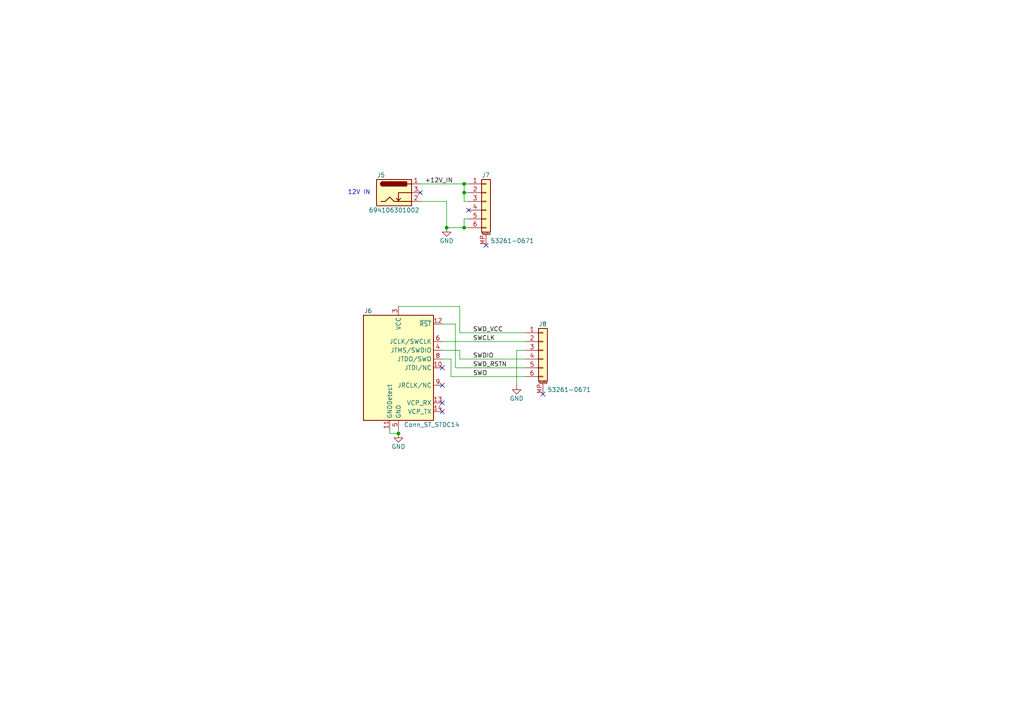
<source format=kicad_sch>
(kicad_sch (version 20250114) (generator "eeschema") (generator_version "9.0")
  (paper "A4")
  (lib_symbols
    (symbol "Connector:Barrel_Jack_Switch" (pin_names (hide yes))
      (property "Reference" "J" (at 0 5.334 0))
      (property "Value" "Barrel_Jack_Switch" (at 0 -5.08 0))
      (symbol "Barrel_Jack_Switch_0_1"
        (rectangle (start -5.08 3.81) (end 5.08 -3.81) (stroke (width 0.254)) (fill (type background)))
        (polyline (pts (xy -3.81 -2.54) (xy -2.54 -2.54) (xy -1.27 -1.27) (xy 0 -2.54) (xy 2.54 -2.54) (xy 5.08 -2.54)) (stroke (width 0.254)))
        (arc (start -3.302 1.905) (mid -3.9343 2.54) (end -3.302 3.175) (stroke (width 0.254)))
        (arc (start -3.302 1.905) (mid -3.9343 2.54) (end -3.302 3.175) (stroke (width 0.254)) (fill (type outline)))
        (polyline (pts (xy 1.27 -2.286) (xy 1.905 -1.651)) (stroke (width 0.254)))
        (rectangle (start 3.683 3.175) (end -3.302 1.905) (stroke (width 0.254)) (fill (type outline)))
        (polyline (pts (xy 5.08 2.54) (xy 3.81 2.54)) (stroke (width 0.254)))
        (polyline (pts (xy 5.08 0) (xy 1.27 0) (xy 1.27 -2.286) (xy 0.635 -1.651)) (stroke (width 0.254)))
      )
      (symbol "Barrel_Jack_Switch_1_1"
        (pin passive line (at 7.62 2.54 180) (length 2.54) (name "~") (number "1"))
        (pin passive line (at 7.62 0 180) (length 2.54) (name "~") (number "3"))
        (pin passive line (at 7.62 -2.54 180) (length 2.54) (name "~") (number "2"))
      )
    )
    (symbol "Connector:Conn_ST_STDC14"
      (property "Reference" "J" (at -8.89 16.51 0))
      (property "Value" "Conn_ST_STDC14" (at 17.78 16.51 0))
      (symbol "Conn_ST_STDC14_0_1"
        (rectangle (start -10.16 15.24) (end 10.16 -15.24) (stroke (width 0.254)) (fill (type background)))
      )
      (symbol "Conn_ST_STDC14_1_1"
        (pin no_connect line (at -10.16 5.08 0) (length 2.54) (hide yes) (name "NC") (number "1"))
        (pin no_connect line (at -10.16 2.54 0) (length 2.54) (hide yes) (name "NC") (number "2"))
        (pin passive line (at -2.54 -17.78 90) (length 2.54) (name "GNDDetect") (number "11"))
        (pin power_in line (at 0 17.78 270) (length 2.54) (name "VCC") (number "3"))
        (pin power_in line (at 0 -17.78 90) (length 2.54) (name "GND") (number "5"))
        (pin passive line (at 0 -17.78 90) (length 2.54) (hide yes) (name "GND") (number "7"))
        (pin open_collector line (at 12.7 12.7 180) (length 2.54) (name "~{RST}") (number "12"))
        (pin output line (at 12.7 7.62 180) (length 2.54) (name "JCLK/SWCLK") (number "6"))
        (pin bidirectional line (at 12.7 5.08 180) (length 2.54) (name "JTMS/SWDIO") (number "4"))
        (pin input line (at 12.7 2.54 180) (length 2.54) (name "JTDO/SWO") (number "8"))
        (pin output line (at 12.7 0 180) (length 2.54) (name "JTDI/NC") (number "10"))
        (pin input line (at 12.7 -5.08 180) (length 2.54) (name "JRCLK/NC") (number "9"))
        (pin output line (at 12.7 -10.16 180) (length 2.54) (name "VCP_RX") (number "13"))
        (pin input line (at 12.7 -12.7 180) (length 2.54) (name "VCP_TX") (number "14"))
      )
    )
    (symbol "Connector_Generic_MountingPin:Conn_01x06_MountingPin" (pin_names (offset 1.016) (hide yes))
      (property "Reference" "J" (at 0 7.62 0))
      (property "Value" "Conn_01x06_MountingPin" (at 1.27 -10.16 0))
      (symbol "Conn_01x06_MountingPin_1_1"
        (rectangle (start -1.27 6.35) (end 1.27 -8.89) (stroke (width 0.254)) (fill (type background)))
        (rectangle (start -1.27 5.207) (end 0 4.953) (stroke (width 0.1524)))
        (rectangle (start -1.27 2.667) (end 0 2.413) (stroke (width 0.1524)))
        (rectangle (start -1.27 0.127) (end 0 -0.127) (stroke (width 0.1524)))
        (rectangle (start -1.27 -2.413) (end 0 -2.667) (stroke (width 0.1524)))
        (rectangle (start -1.27 -4.953) (end 0 -5.207) (stroke (width 0.1524)))
        (rectangle (start -1.27 -7.493) (end 0 -7.747) (stroke (width 0.1524)))
        (polyline (pts (xy -1.016 -9.652) (xy 1.016 -9.652)) (stroke (width 0.1524)))
        (text "Mounting" (at 0 -9.271 0) (effects (font (size 0.381 0.381))))
        (pin passive line (at -5.08 5.08 0) (length 3.81) (name "Pin_1") (number "1"))
        (pin passive line (at -5.08 2.54 0) (length 3.81) (name "Pin_2") (number "2"))
        (pin passive line (at -5.08 0 0) (length 3.81) (name "Pin_3") (number "3"))
        (pin passive line (at -5.08 -2.54 0) (length 3.81) (name "Pin_4") (number "4"))
        (pin passive line (at -5.08 -5.08 0) (length 3.81) (name "Pin_5") (number "5"))
        (pin passive line (at -5.08 -7.62 0) (length 3.81) (name "Pin_6") (number "6"))
        (pin passive line (at 0 -12.7 90) (length 3.048) (name "MountPin") (number "MP"))
      )
    )
    (symbol "power:GND" (power) (pin_numbers (hide yes)) (pin_names (offset 0) (hide yes))
      (property "Value" "GND" (at 0 -3.81 0))
      (symbol "GND_0_1"
        (polyline (pts (xy 0 0) (xy 0 -1.27) (xy 1.27 -1.27) (xy 0 -2.54) (xy -1.27 -1.27) (xy 0 -1.27)))
      )
      (symbol "GND_1_1"
        (pin power_in line (at 0 0 270) (length 0) (name "~") (number "1"))
      )
    )
  )
  (text "12V IN" (at 104.14 55.88 0) (effects (font (size 1.27 1.27))))
  (junction (at 134.62 66.04))
  (junction (at 129.54 66.04))
  (junction (at 134.62 53.34))
  (junction (at 134.62 55.88))
  (junction (at 115.57 125.73))
  (no_connect (at 128.27 119.38))
  (no_connect (at 157.48 114.3))
  (no_connect (at 135.89 60.96))
  (no_connect (at 128.27 106.68))
  (no_connect (at 128.27 111.76))
  (no_connect (at 128.27 116.84))
  (no_connect (at 121.92 55.88))
  (no_connect (at 140.97 71.12))
  (wire (pts (xy 134.62 63.5) (xy 134.62 66.04)))
  (wire (pts (xy 132.08 93.98) (xy 132.08 106.68)))
  (wire (pts (xy 115.57 88.9) (xy 133.35 88.9)))
  (wire (pts (xy 129.54 58.42) (xy 129.54 66.04)))
  (wire (pts (xy 133.35 88.9) (xy 133.35 96.52)))
  (wire (pts (xy 135.89 63.5) (xy 134.62 63.5)))
  (wire (pts (xy 128.27 93.98) (xy 132.08 93.98)))
  (wire (pts (xy 129.54 66.04) (xy 134.62 66.04)))
  (wire (pts (xy 135.89 58.42) (xy 134.62 58.42)))
  (wire (pts (xy 121.92 58.42) (xy 129.54 58.42)))
  (wire (pts (xy 134.62 58.42) (xy 134.62 55.88)))
  (wire (pts (xy 152.4 101.6) (xy 149.86 101.6)))
  (wire (pts (xy 121.92 53.34) (xy 134.62 53.34)))
  (wire (pts (xy 133.35 101.6) (xy 133.35 104.14)))
  (wire (pts (xy 149.86 101.6) (xy 149.86 111.76)))
  (wire (pts (xy 128.27 99.06) (xy 152.4 99.06)))
  (wire (pts (xy 115.57 125.73) (xy 115.57 124.46)))
  (wire (pts (xy 134.62 53.34) (xy 135.89 53.34)))
  (wire (pts (xy 134.62 55.88) (xy 135.89 55.88)))
  (wire (pts (xy 133.35 96.52) (xy 152.4 96.52)))
  (wire (pts (xy 128.27 101.6) (xy 133.35 101.6)))
  (wire (pts (xy 113.03 125.73) (xy 115.57 125.73)))
  (wire (pts (xy 130.81 104.14) (xy 130.81 109.22)))
  (wire (pts (xy 134.62 66.04) (xy 135.89 66.04)))
  (wire (pts (xy 133.35 104.14) (xy 152.4 104.14)))
  (wire (pts (xy 113.03 124.46) (xy 113.03 125.73)))
  (wire (pts (xy 134.62 55.88) (xy 134.62 53.34)))
  (wire (pts (xy 130.81 109.22) (xy 152.4 109.22)))
  (wire (pts (xy 132.08 106.68) (xy 152.4 106.68)))
  (wire (pts (xy 128.27 104.14) (xy 130.81 104.14)))
  (label "SWO" (at 137.16 109.22 0))
  (label "SWCLK" (at 137.16 99.06 0))
  (label "+12V_IN" (at 123.19 53.34 0))
  (label "SWDIO" (at 137.16 104.14 0))
  (label "SWD_RSTN" (at 137.16 106.68 0))
  (label "SWD_VCC" (at 137.16 96.52 0))
  (symbol (lib_id "power:GND") (at 115.57 125.73 0) (unit 1)
    (property "Reference" "#PWR032" (effects (hide yes)))
    (property "Value" "GND" (at 115.57 129.54 0))
    (property "Description" "Power symbol creates a global label with name \"GND\" , ground" (effects (hide yes)))
  )
  (symbol (lib_id "Connector_Generic_MountingPin:Conn_01x06_MountingPin") (at 157.48 101.6 0) (unit 1)
    (property "Reference" "J8" (at 156.21 93.98 0) (effects (justify left)))
    (property "Value" "53261-0671" (at 158.75 113.03 0) (effects (justify left)))
    (property "Footprint" "Connector_Molex:Molex_PicoBlade_53261-0671_1x06-1MP_P1.25mm_Horizontal" (effects (hide yes)))
    (property "Description" "Generic connectable mounting pin connector, single row, 01x06, script generated (kicad-library-utils/schlib/autogen/connector/)" (effects (hide yes)))
    (property "MPN" "53261-0671" (effects (hide yes)))
    (property "Mouser PN" "538-53261-0671" (effects (hide yes)))
  )
  (symbol (lib_id "Connector:Barrel_Jack_Switch") (at 114.3 55.88 0) (unit 1)
    (property "Reference" "J5" (at 110.49 50.8 0))
    (property "Value" "694106301002" (at 114.3 60.96 0))
    (property "Footprint" "Connector_BarrelJack:BarrelJack_Wuerth_6941xx301002" (effects (hide yes)))
    (property "Description" "DC Barrel Jack with an internal switch" (effects (hide yes)))
    (property "MPN" "694106301002" (effects (hide yes)))
    (property "Mouser PN" "710-694106301002" (effects (hide yes)))
  )
  (symbol (lib_id "power:GND") (at 129.54 66.04 0) (unit 1)
    (property "Reference" "#PWR033" (effects (hide yes)))
    (property "Value" "GND" (at 129.54 69.85 0))
    (property "Description" "Power symbol creates a global label with name \"GND\" , ground" (effects (hide yes)))
  )
  (symbol (lib_id "Connector:Conn_ST_STDC14") (at 115.57 106.68 0) (unit 1)
    (property "Reference" "J6" (at 107.95 90.17 0) (effects (justify right)))
    (property "Value" "Conn_ST_STDC14" (at 133.35 123.19 0) (effects (justify right)))
    (property "Footprint" "Connector_PinHeader_1.27mm:PinHeader_2x07_P1.27mm_Vertical" (effects (hide yes)))
    (property "Datasheet" "https://www.st.com/content/ccc/resource/technical/document/user_manual/group1/99/49/91/b6/b2/3a/46/e5/DM00526767/files/DM00526767.pdf/jcr:content/translations/en.DM00526767.pdf" (effects (hide yes)))
    (property "Description" "ST Debug Connector, standard ARM Cortex-M SWD and JTAG interface plus UART" (effects (hide yes)))
    (property "MPN" "20021111-00014T1LF" (effects (hide yes)))
    (property "Mouser PN" "649-200211110014T1LF" (effects (hide yes)))
  )
  (symbol (lib_id "Connector_Generic_MountingPin:Conn_01x06_MountingPin") (at 140.97 58.42 0) (unit 1)
    (property "Reference" "J7" (at 139.7 50.8 0) (effects (justify left)))
    (property "Value" "53261-0671" (at 142.24 69.85 0) (effects (justify left)))
    (property "Footprint" "Connector_Molex:Molex_PicoBlade_53261-0671_1x06-1MP_P1.25mm_Horizontal" (effects (hide yes)))
    (property "Description" "Generic connectable mounting pin connector, single row, 01x06, script generated (kicad-library-utils/schlib/autogen/connector/)" (effects (hide yes)))
    (property "MPN" "53261-0671" (effects (hide yes)))
    (property "Mouser PN" "538-53261-0671" (effects (hide yes)))
  )
  (symbol (lib_id "power:GND") (at 149.86 111.76 0) (unit 1)
    (property "Reference" "#PWR034" (effects (hide yes)))
    (property "Value" "GND" (at 149.86 115.57 0))
    (property "Description" "Power symbol creates a global label with name \"GND\" , ground" (effects (hide yes)))
  )
)
</source>
